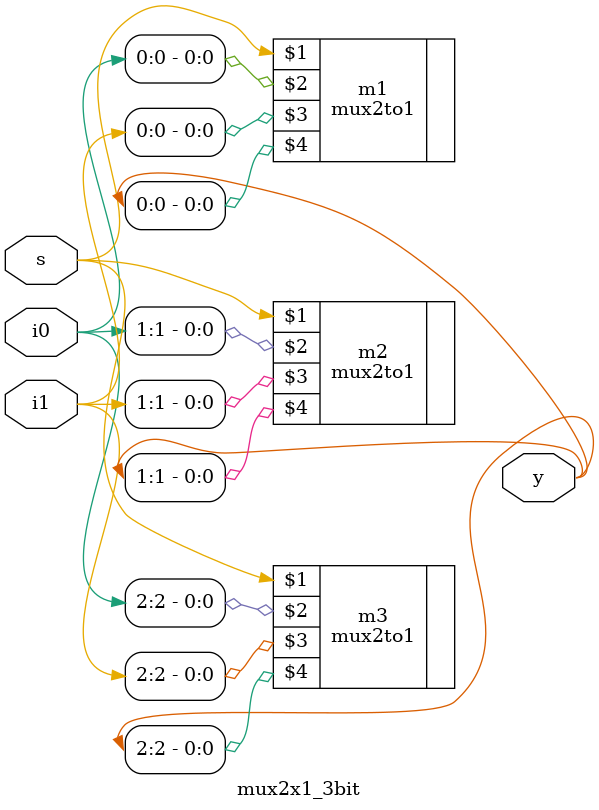
<source format=v>
module mux2x1_3bit (y,s,i1,i0);
	input s;
	input [2:0]i0;
	input [2:0]i1;
	output [2:0]y;
	/*
	mux2x1_3bit z1(.y(),.s(),.i1(),.i0());
	//				3    1	  3		3
	*/
	mux2to1 m1(s,i0[0],i1[0],y[0]);
	mux2to1 m2(s,i0[1],i1[1],y[1]);
	mux2to1 m3(s,i0[2],i1[2],y[2]);
endmodule
</source>
